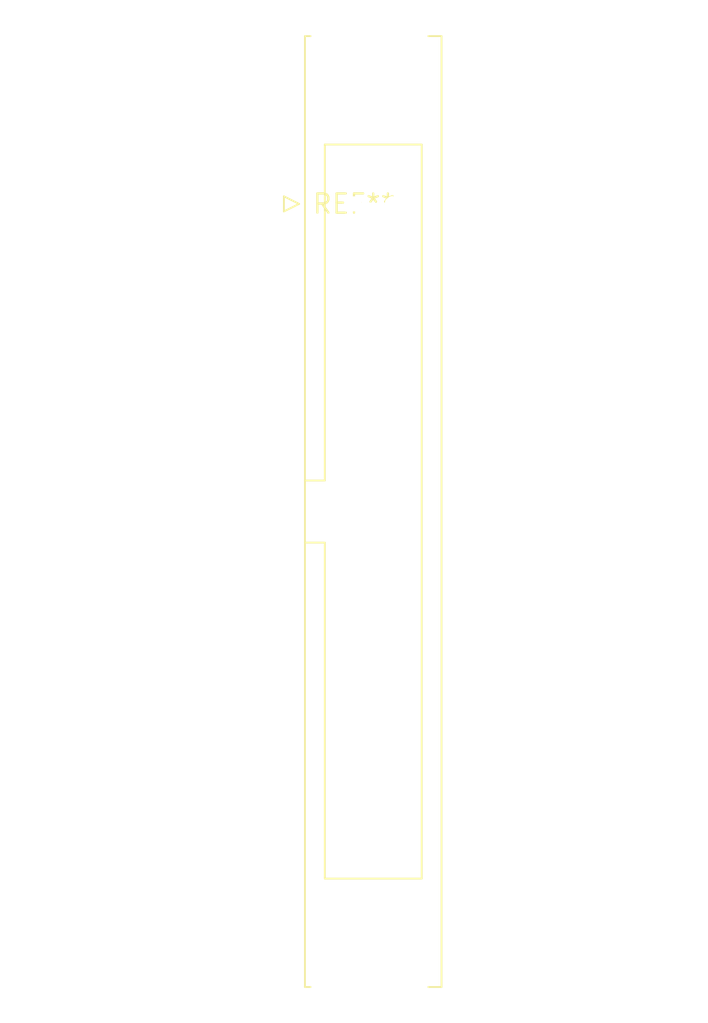
<source format=kicad_pcb>
(kicad_pcb (version 20240108) (generator pcbnew)
  (layers (0 "F.Cu" signal) (31 "B.Cu" signal) (34 "B.Paste" user) (35 "F.Paste" user) (36 "B.SilkS" user "B.Silkscreen") (37 "F.SilkS" user "F.Silkscreen") (38 "B.Mask" user) (39 "F.Mask" user) (44 "Edge.Cuts" user))
  (net 0 "")
  (footprint "IDC-Header_2x17-1MP_P2.54mm_Latch_Vertical" (layer "F.Cu") (at 0 0)
    (property "Reference" "REF**")
    (property "Value" "IDC-Header_2x17-1MP_P2.54mm_Latch_Vertical")
    (fp_line (start -4.63 -0.5) (end -4.63 0.5) (layer "F.SilkS") (stroke (width 0.12)))
    (fp_line (start -4.63 0.5) (end -3.63 0) (layer "F.SilkS") (stroke (width 0.12)))
    (fp_line (start -3.63 0) (end -4.63 -0.5) (layer "F.SilkS") (stroke (width 0.12)))
    (fp_line (start -3.24 -11.08) (end -3.24 51.72) (layer "F.SilkS") (stroke (width 0.12)))
    (fp_line (start -3.24 18.27) (end -1.93 18.27) (layer "F.SilkS") (stroke (width 0.12)))
    (fp_line (start -3.24 51.72) (end -2.87 51.72) (layer "F.SilkS") (stroke (width 0.12)))
    (fp_line (start -2.87 -11.08) (end -3.24 -11.08) (layer "F.SilkS") (stroke (width 0.12)))
    (fp_line (start -1.93 -3.92) (end 4.47 -3.92) (layer "F.SilkS") (stroke (width 0.12)))
    (fp_line (start -1.93 18.27) (end -1.93 -3.92) (layer "F.SilkS") (stroke (width 0.12)))
    (fp_line (start -1.93 22.37) (end -3.24 22.37) (layer "F.SilkS") (stroke (width 0.12)))
    (fp_line (start -1.93 22.37) (end -1.93 22.37) (layer "F.SilkS") (stroke (width 0.12)))
    (fp_line (start -1.93 44.56) (end -1.93 22.37) (layer "F.SilkS") (stroke (width 0.12)))
    (fp_line (start 4.47 -3.92) (end 4.47 44.56) (layer "F.SilkS") (stroke (width 0.12)))
    (fp_line (start 4.47 44.56) (end -1.93 44.56) (layer "F.SilkS") (stroke (width 0.12)))
    (fp_line (start 4.91 -11.08) (end 5.78 -11.08) (layer "F.SilkS") (stroke (width 0.12)))
    (fp_line (start 5.78 -11.08) (end 5.78 51.72) (layer "F.SilkS") (stroke (width 0.12)))
    (fp_line (start 5.78 51.72) (end 4.91 51.72) (layer "F.SilkS") (stroke (width 0.12)))
    (pad "1" thru_hole roundrect (at 0 0) (size 1.7 1.7) (drill 1) (layers *.Cu *.Mask) (remove_unused_layers) (roundrect_rratio 0.147059))
    (pad "2" thru_hole circle (at 2.54 0) (size 1.7 1.7) (drill 1) (layers *.Cu *.Mask) (remove_unused_layers))
    (pad "3" thru_hole circle (at 0 2.54) (size 1.7 1.7) (drill 1) (layers *.Cu *.Mask) (remove_unused_layers))
    (pad "4" thru_hole circle (at 2.54 2.54) (size 1.7 1.7) (drill 1) (layers *.Cu *.Mask) (remove_unused_layers))
    (pad "5" thru_hole circle (at 0 5.08) (size 1.7 1.7) (drill 1) (layers *.Cu *.Mask) (remove_unused_layers))
    (pad "6" thru_hole circle (at 2.54 5.08) (size 1.7 1.7) (drill 1) (layers *.Cu *.Mask) (remove_unused_layers))
    (pad "7" thru_hole circle (at 0 7.62) (size 1.7 1.7) (drill 1) (layers *.Cu *.Mask) (remove_unused_layers))
    (pad "8" thru_hole circle (at 2.54 7.62) (size 1.7 1.7) (drill 1) (layers *.Cu *.Mask) (remove_unused_layers))
    (pad "9" thru_hole circle (at 0 10.16) (size 1.7 1.7) (drill 1) (layers *.Cu *.Mask) (remove_unused_layers))
    (pad "10" thru_hole circle (at 2.54 10.16) (size 1.7 1.7) (drill 1) (layers *.Cu *.Mask) (remove_unused_layers))
    (pad "11" thru_hole circle (at 0 12.7) (size 1.7 1.7) (drill 1) (layers *.Cu *.Mask) (remove_unused_layers))
    (pad "12" thru_hole circle (at 2.54 12.7) (size 1.7 1.7) (drill 1) (layers *.Cu *.Mask) (remove_unused_layers))
    (pad "13" thru_hole circle (at 0 15.24) (size 1.7 1.7) (drill 1) (layers *.Cu *.Mask) (remove_unused_layers))
    (pad "14" thru_hole circle (at 2.54 15.24) (size 1.7 1.7) (drill 1) (layers *.Cu *.Mask) (remove_unused_layers))
    (pad "15" thru_hole circle (at 0 17.78) (size 1.7 1.7) (drill 1) (layers *.Cu *.Mask) (remove_unused_layers))
    (pad "16" thru_hole circle (at 2.54 17.78) (size 1.7 1.7) (drill 1) (layers *.Cu *.Mask) (remove_unused_layers))
    (pad "17" thru_hole circle (at 0 20.32) (size 1.7 1.7) (drill 1) (layers *.Cu *.Mask) (remove_unused_layers))
    (pad "18" thru_hole circle (at 2.54 20.32) (size 1.7 1.7) (drill 1) (layers *.Cu *.Mask) (remove_unused_layers))
    (pad "19" thru_hole circle (at 0 22.86) (size 1.7 1.7) (drill 1) (layers *.Cu *.Mask) (remove_unused_layers))
    (pad "20" thru_hole circle (at 2.54 22.86) (size 1.7 1.7) (drill 1) (layers *.Cu *.Mask) (remove_unused_layers))
    (pad "21" thru_hole circle (at 0 25.4) (size 1.7 1.7) (drill 1) (layers *.Cu *.Mask) (remove_unused_layers))
    (pad "22" thru_hole circle (at 2.54 25.4) (size 1.7 1.7) (drill 1) (layers *.Cu *.Mask) (remove_unused_layers))
    (pad "23" thru_hole circle (at 0 27.94) (size 1.7 1.7) (drill 1) (layers *.Cu *.Mask) (remove_unused_layers))
    (pad "24" thru_hole circle (at 2.54 27.94) (size 1.7 1.7) (drill 1) (layers *.Cu *.Mask) (remove_unused_layers))
    (pad "25" thru_hole circle (at 0 30.48) (size 1.7 1.7) (drill 1) (layers *.Cu *.Mask) (remove_unused_layers))
    (pad "26" thru_hole circle (at 2.54 30.48) (size 1.7 1.7) (drill 1) (layers *.Cu *.Mask) (remove_unused_layers))
    (pad "27" thru_hole circle (at 0 33.02) (size 1.7 1.7) (drill 1) (layers *.Cu *.Mask) (remove_unused_layers))
    (pad "28" thru_hole circle (at 2.54 33.02) (size 1.7 1.7) (drill 1) (layers *.Cu *.Mask) (remove_unused_layers))
    (pad "29" thru_hole circle (at 0 35.56) (size 1.7 1.7) (drill 1) (layers *.Cu *.Mask) (remove_unused_layers))
    (pad "30" thru_hole circle (at 2.54 35.56) (size 1.7 1.7) (drill 1) (layers *.Cu *.Mask) (remove_unused_layers))
    (pad "31" thru_hole circle (at 0 38.1) (size 1.7 1.7) (drill 1) (layers *.Cu *.Mask) (remove_unused_layers))
    (pad "32" thru_hole circle (at 2.54 38.1) (size 1.7 1.7) (drill 1) (layers *.Cu *.Mask) (remove_unused_layers))
    (pad "33" thru_hole circle (at 0 40.64) (size 1.7 1.7) (drill 1) (layers *.Cu *.Mask) (remove_unused_layers))
    (pad "34" thru_hole circle (at 2.54 40.64) (size 1.7 1.7) (drill 1) (layers *.Cu *.Mask) (remove_unused_layers))
    (pad "MP" thru_hole circle (at 1.02 -8.94) (size 8 8) (drill 2.69) (layers *.Cu *.Mask) (remove_unused_layers))
    (pad "MP" thru_hole circle (at 1.02 49.58) (size 8 8) (drill 2.69) (layers *.Cu *.Mask) (remove_unused_layers))
  )
)
</source>
